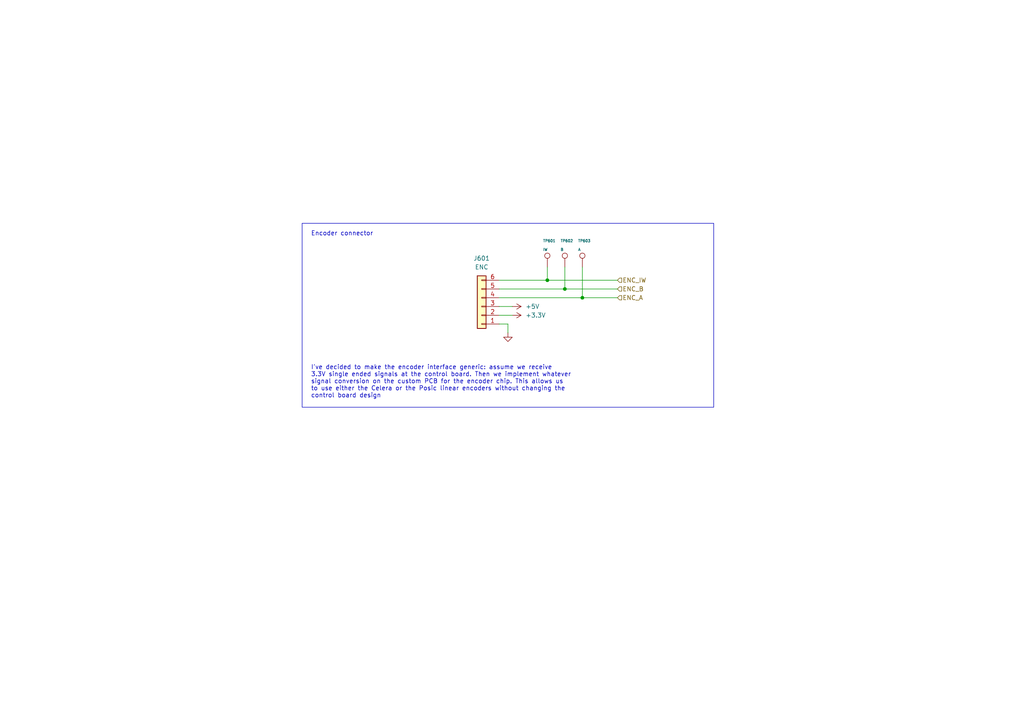
<source format=kicad_sch>
(kicad_sch (version 20231120) (generator "eeschema") (generator_version "8.0")
  (paper "A4")
  (lib_symbols
    (symbol "Connector:TestPoint" (pin_numbers hide) (pin_names (offset 0.762) hide)
      (property "Reference" "TP" (at 0 6.858 0))
      (property "Value" "TestPoint" (at 0 5.08 0))
      (symbol "TestPoint_0_1"
        (circle (center 0 3.302) (radius 0.762))
      )
      (symbol "TestPoint_1_1"
        (pin passive line (at 0 0 90) (length 2.54) (name "1") (number "1"))
      )
    )
    (symbol "Connector_Generic:Conn_01x06" (pin_names (offset 1.016) hide)
      (property "Reference" "J" (at 0 7.62 0))
      (property "Value" "Conn_01x06" (at 0 -10.16 0))
      (symbol "Conn_01x06_1_1"
        (rectangle (start -1.27 -7.493) (end 0 -7.747) (stroke (width 0.1524)))
        (rectangle (start -1.27 -4.953) (end 0 -5.207) (stroke (width 0.1524)))
        (rectangle (start -1.27 -2.413) (end 0 -2.667) (stroke (width 0.1524)))
        (rectangle (start -1.27 0.127) (end 0 -0.127) (stroke (width 0.1524)))
        (rectangle (start -1.27 2.667) (end 0 2.413) (stroke (width 0.1524)))
        (rectangle (start -1.27 5.207) (end 0 4.953) (stroke (width 0.1524)))
        (rectangle (start -1.27 6.35) (end 1.27 -8.89) (stroke (width 0.254)) (fill (type background)))
        (pin passive line (at -5.08 5.08 0) (length 3.81) (name "Pin_1") (number "1"))
        (pin passive line (at -5.08 2.54 0) (length 3.81) (name "Pin_2") (number "2"))
        (pin passive line (at -5.08 0 0) (length 3.81) (name "Pin_3") (number "3"))
        (pin passive line (at -5.08 -2.54 0) (length 3.81) (name "Pin_4") (number "4"))
        (pin passive line (at -5.08 -5.08 0) (length 3.81) (name "Pin_5") (number "5"))
        (pin passive line (at -5.08 -7.62 0) (length 3.81) (name "Pin_6") (number "6"))
      )
    )
    (symbol "power:+3.3V" (power) (pin_names (offset 0))
      (property "Value" "+3.3V" (at 0 3.556 0))
      (symbol "+3.3V_0_1"
        (polyline (pts (xy -0.762 1.27) (xy 0 2.54)))
        (polyline (pts (xy 0 0) (xy 0 2.54)))
        (polyline (pts (xy 0 2.54) (xy 0.762 1.27)))
      )
      (symbol "+3.3V_1_1"
        (pin power_in line (at 0 0 90) (length 0) hide (name "+3.3V") (number "1"))
      )
    )
    (symbol "power:+5V" (power) (pin_names (offset 0))
      (property "Value" "+5V" (at 0 3.556 0))
      (symbol "+5V_0_1"
        (polyline (pts (xy -0.762 1.27) (xy 0 2.54)))
        (polyline (pts (xy 0 0) (xy 0 2.54)))
        (polyline (pts (xy 0 2.54) (xy 0.762 1.27)))
      )
      (symbol "+5V_1_1"
        (pin power_in line (at 0 0 90) (length 0) hide (name "+5V") (number "1"))
      )
    )
    (symbol "power:GND" (power) (pin_names (offset 0))
      (property "Value" "GND" (at 0 -3.81 0))
      (symbol "GND_0_1"
        (polyline (pts (xy 0 0) (xy 0 -1.27) (xy 1.27 -1.27) (xy 0 -2.54) (xy -1.27 -1.27) (xy 0 -1.27)))
      )
      (symbol "GND_1_1"
        (pin power_in line (at 0 0 270) (length 0) hide (name "GND") (number "1"))
      )
    )
  )
  (junction (at 163.83 83.82))
  (junction (at 158.75 81.28))
  (junction (at 168.91 86.36))
  (wire (pts (xy 144.78 88.9) (xy 148.59 88.9)))
  (wire (pts (xy 179.07 86.36) (xy 168.91 86.36)))
  (wire (pts (xy 147.32 93.98) (xy 144.78 93.98)))
  (wire (pts (xy 158.75 77.47) (xy 158.75 81.28)))
  (wire (pts (xy 158.75 81.28) (xy 144.78 81.28)))
  (wire (pts (xy 168.91 86.36) (xy 144.78 86.36)))
  (wire (pts (xy 168.91 77.47) (xy 168.91 86.36)))
  (wire (pts (xy 147.32 96.52) (xy 147.32 93.98)))
  (wire (pts (xy 144.78 91.44) (xy 148.59 91.44)))
  (wire (pts (xy 163.83 83.82) (xy 144.78 83.82)))
  (wire (pts (xy 163.83 77.47) (xy 163.83 83.82)))
  (wire (pts (xy 179.07 81.28) (xy 158.75 81.28)))
  (wire (pts (xy 179.07 83.82) (xy 163.83 83.82)))
  (rectangle (start 87.63 64.77) (end 207.01 118.11))
  (text "Encoder connector" (at 90.17 68.58 0) (effects (font (size 1.27 1.27)) (justify left bottom)))
  (text "I've decided to make the encoder interface generic: assume we receive\n3.3V single ended signals at the control board. Then we implement whatever\nsignal conversion on the custom PCB for the encoder chip. This allows us\nto use either the Celera or the Posic linear encoders without changing the\ncontrol board design" (at 90.17 115.57 0) (effects (font (size 1.27 1.27)) (justify left bottom)))
  (hierarchical_label "ENC_B" (shape input) (at 179.07 83.82 0))
  (hierarchical_label "ENC_A" (shape input) (at 179.07 86.36 0))
  (hierarchical_label "ENC_IW" (shape input) (at 179.07 81.28 0))
  (symbol (lib_id "power:+5V") (at 148.59 88.9 270) (unit 1)
    (property "Reference" "#PWR0602" (effects (hide yes)))
    (property "Value" "+5V" (at 152.4 88.9 90) (effects (justify left)))
    (instances (project "ActiveImpactor_Control" (path "" (reference "#PWR0602") (unit 1))) (project "ChipEncoderInterface" (path "" (reference "#PWR0102") (unit 1))))
  )
  (symbol (lib_id "Connector:TestPoint") (at 163.83 77.47 0) (unit 1) (in_bom no)
    (property "Reference" "TP602" (at 162.56 69.85 0) (effects (font (size 0.762 0.762)) (justify left)))
    (property "Value" "B" (at 162.56 72.39 0) (effects (font (size 0.762 0.762)) (justify left)))
    (property "Footprint" "TestPoint:TestPoint_Pad_D1.0mm" (effects (hide yes)))
  )
  (symbol (lib_id "power:+3.3V") (at 148.59 91.44 270) (unit 1)
    (property "Reference" "#PWR0603" (effects (hide yes)))
    (property "Value" "+3.3V" (at 152.4 91.44 90) (effects (justify left)))
    (instances (project "ActiveImpactor_Control" (path "" (reference "#PWR0603") (unit 1))) (project "ChipEncoderInterface" (path "" (reference "#PWR0103") (unit 1))))
  )
  (symbol (lib_id "Connector_Generic:Conn_01x06") (at 139.7 88.9 180) (unit 1)
    (property "Reference" "J601" (at 139.7 74.93 0))
    (property "Value" "ENC" (at 139.7 77.47 0))
    (property "Footprint" "Connector_JST:JST_SH_SM06B-SRSS-TB_1x06-1MP_P1.00mm_Horizontal" (effects (hide yes)))
    (property "LCSC" "C160405" (effects (hide yes)))
  )
  (symbol (lib_id "Connector:TestPoint") (at 168.91 77.47 0) (unit 1) (in_bom no)
    (property "Reference" "TP603" (at 167.64 69.85 0) (effects (font (size 0.762 0.762)) (justify left)))
    (property "Value" "A" (at 167.64 72.39 0) (effects (font (size 0.762 0.762)) (justify left)))
    (property "Footprint" "TestPoint:TestPoint_Pad_D1.0mm" (effects (hide yes)))
  )
  (symbol (lib_id "power:GND") (at 147.32 96.52 0) (unit 1)
    (property "Reference" "#PWR0601" (effects (hide yes)))
    (property "Value" "GND" (effects (hide yes)))
    (instances (project "ActiveImpactor_Control" (path "" (reference "#PWR0601") (unit 1))) (project "ChipEncoderInterface" (path "" (reference "#PWR0114") (unit 1))))
  )
  (symbol (lib_id "Connector:TestPoint") (at 158.75 77.47 0) (unit 1) (in_bom no)
    (property "Reference" "TP601" (at 157.48 69.85 0) (effects (font (size 0.762 0.762)) (justify left)))
    (property "Value" "IW" (at 157.48 72.39 0) (effects (font (size 0.762 0.762)) (justify left)))
    (property "Footprint" "TestPoint:TestPoint_Pad_D1.0mm" (effects (hide yes)))
  )
)
</source>
